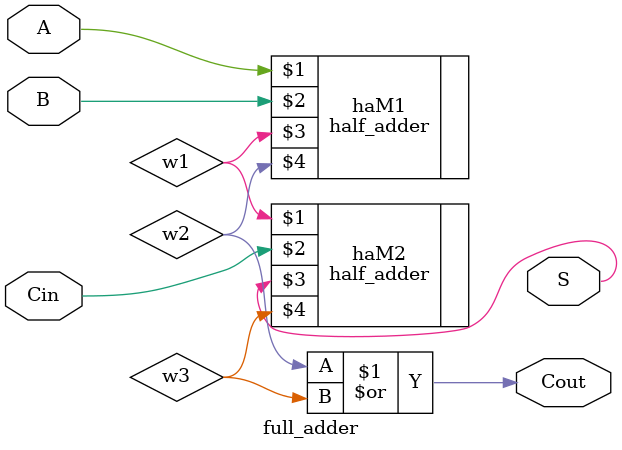
<source format=v>
`timescale 1ns/10ps

module full_adder(
    input A, B, Cin,
    output S, Cout
);
    wire w1,w2,w3;
    half_adder haM1 (A,B,w1,w2);
    half_adder haM2 (w1,Cin,S,w3);
    or G1 (Cout,w2,w3);

endmodule
</source>
